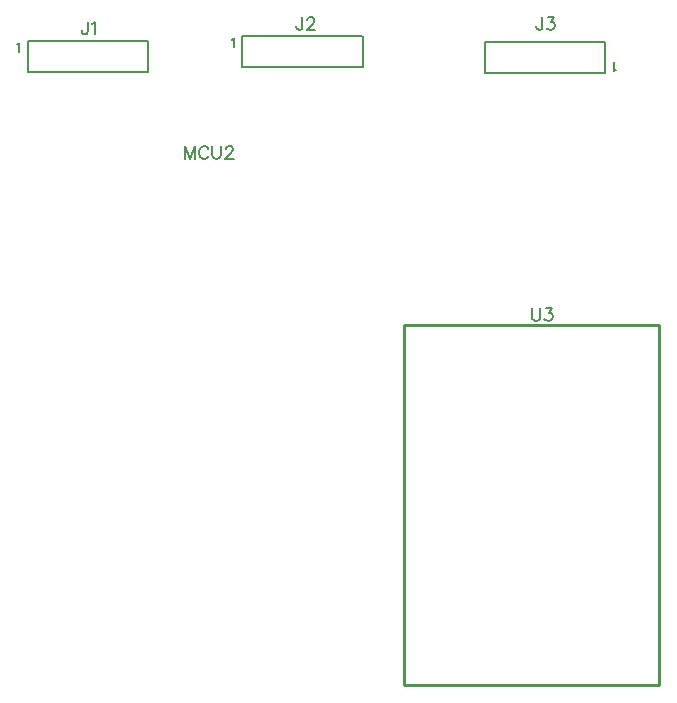
<source format=gto>
G04 Layer: TopSilkscreenLayer*
G04 EasyEDA v6.5.5, 2023-03-20 10:36:03*
G04 9b540237bf8445d7845913a8156beade,10*
G04 Gerber Generator version 0.2*
G04 Scale: 100 percent, Rotated: No, Reflected: No *
G04 Dimensions in millimeters *
G04 leading zeros omitted , absolute positions ,4 integer and 5 decimal *
%FSLAX45Y45*%
%MOMM*%

%ADD10C,0.2540*%
%ADD14C,0.1850*%
%ADD15C,0.1524*%
%ADD16C,0.2032*%

%LPD*%
D15*
X1703070Y9513315D02*
G01*
X1703070Y9430258D01*
X1697736Y9414510D01*
X1692655Y9409429D01*
X1682242Y9404350D01*
X1671828Y9404350D01*
X1661413Y9409429D01*
X1656079Y9414510D01*
X1651000Y9430258D01*
X1651000Y9440671D01*
X1737360Y9492487D02*
G01*
X1747520Y9497821D01*
X1763268Y9513315D01*
X1763268Y9404350D01*
D16*
X1105103Y9320334D02*
G01*
X1112469Y9323890D01*
X1123391Y9334812D01*
X1123391Y9258358D01*
D15*
X3519170Y9551415D02*
G01*
X3519170Y9468358D01*
X3513836Y9452610D01*
X3508756Y9447529D01*
X3498341Y9442450D01*
X3487927Y9442450D01*
X3477513Y9447529D01*
X3472179Y9452610D01*
X3467100Y9468358D01*
X3467100Y9478771D01*
X3558540Y9525508D02*
G01*
X3558540Y9530587D01*
X3563620Y9541002D01*
X3568954Y9546336D01*
X3579368Y9551415D01*
X3600195Y9551415D01*
X3610609Y9546336D01*
X3615690Y9541002D01*
X3620770Y9530587D01*
X3620770Y9520174D01*
X3615690Y9509760D01*
X3605275Y9494265D01*
X3553459Y9442450D01*
X3626104Y9442450D01*
D16*
X2921203Y9358434D02*
G01*
X2928569Y9361990D01*
X2939491Y9372912D01*
X2939491Y9296458D01*
D15*
X5551170Y9551415D02*
G01*
X5551170Y9468358D01*
X5545836Y9452610D01*
X5540756Y9447529D01*
X5530341Y9442450D01*
X5519927Y9442450D01*
X5509513Y9447529D01*
X5504179Y9452610D01*
X5499100Y9468358D01*
X5499100Y9478771D01*
X5595620Y9551415D02*
G01*
X5652770Y9551415D01*
X5621781Y9509760D01*
X5637275Y9509760D01*
X5647690Y9504679D01*
X5652770Y9499600D01*
X5658104Y9483852D01*
X5658104Y9473437D01*
X5652770Y9457944D01*
X5642609Y9447529D01*
X5626861Y9442450D01*
X5611368Y9442450D01*
X5595620Y9447529D01*
X5590540Y9452610D01*
X5585459Y9463024D01*
D16*
X6171996Y9107365D02*
G01*
X6164630Y9103809D01*
X6153708Y9092887D01*
X6153708Y9169341D01*
D15*
X2527300Y8459215D02*
G01*
X2527300Y8350250D01*
X2527300Y8459215D02*
G01*
X2568956Y8350250D01*
X2610358Y8459215D02*
G01*
X2568956Y8350250D01*
X2610358Y8459215D02*
G01*
X2610358Y8350250D01*
X2722625Y8433308D02*
G01*
X2717545Y8443721D01*
X2707131Y8454136D01*
X2696718Y8459215D01*
X2675890Y8459215D01*
X2665475Y8454136D01*
X2655061Y8443721D01*
X2649981Y8433308D01*
X2644647Y8417560D01*
X2644647Y8391652D01*
X2649981Y8376158D01*
X2655061Y8365744D01*
X2665475Y8355329D01*
X2675890Y8350250D01*
X2696718Y8350250D01*
X2707131Y8355329D01*
X2717545Y8365744D01*
X2722625Y8376158D01*
X2756915Y8459215D02*
G01*
X2756915Y8381237D01*
X2762250Y8365744D01*
X2772409Y8355329D01*
X2788158Y8350250D01*
X2798572Y8350250D01*
X2814065Y8355329D01*
X2824479Y8365744D01*
X2829559Y8381237D01*
X2829559Y8459215D01*
X2869184Y8433308D02*
G01*
X2869184Y8438387D01*
X2874263Y8448802D01*
X2879597Y8454136D01*
X2890011Y8459215D01*
X2910840Y8459215D01*
X2921000Y8454136D01*
X2926334Y8448802D01*
X2931413Y8438387D01*
X2931413Y8427974D01*
X2926334Y8417560D01*
X2915920Y8402065D01*
X2863850Y8350250D01*
X2936747Y8350250D01*
X5461000Y7087615D02*
G01*
X5461000Y7009637D01*
X5466079Y6994144D01*
X5476493Y6983729D01*
X5492241Y6978650D01*
X5502656Y6978650D01*
X5518150Y6983729D01*
X5528563Y6994144D01*
X5533643Y7009637D01*
X5533643Y7087615D01*
X5578347Y7087615D02*
G01*
X5635497Y7087615D01*
X5604509Y7045960D01*
X5620004Y7045960D01*
X5630418Y7040879D01*
X5635497Y7035800D01*
X5640831Y7020052D01*
X5640831Y7009637D01*
X5635497Y6994144D01*
X5625084Y6983729D01*
X5609590Y6978650D01*
X5594095Y6978650D01*
X5578347Y6983729D01*
X5573268Y6988810D01*
X5567934Y6999223D01*
D14*
X2213302Y9350197D02*
G01*
X2213302Y9091797D01*
X1192799Y9349399D02*
G01*
X2210800Y9350199D01*
X1192799Y9091000D02*
G01*
X2210800Y9090200D01*
X1192799Y9349399D02*
G01*
X1192799Y9091000D01*
X4029402Y9388297D02*
G01*
X4029402Y9129897D01*
X3008899Y9387499D02*
G01*
X4026900Y9388299D01*
X3008899Y9129100D02*
G01*
X4026900Y9128300D01*
X3008899Y9387499D02*
G01*
X3008899Y9129100D01*
X5063797Y9077502D02*
G01*
X5063797Y9335902D01*
X6084300Y9078300D02*
G01*
X5066299Y9077500D01*
X6084300Y9336699D02*
G01*
X5066299Y9337499D01*
X6084300Y9078300D02*
G01*
X6084300Y9336699D01*
D10*
X4381500Y6946900D02*
G01*
X6540500Y6946900D01*
X6540500Y3898900D01*
X4381500Y3898900D01*
X4381500Y6946900D01*
M02*

</source>
